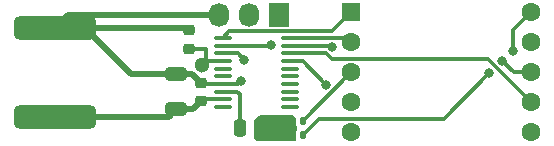
<source format=gbr>
%TF.GenerationSoftware,KiCad,Pcbnew,6.0.2+dfsg-1*%
%TF.CreationDate,2024-01-30T23:14:53-06:00*%
%TF.ProjectId,PCB,5043422e-6b69-4636-9164-5f7063625858,0.11*%
%TF.SameCoordinates,Original*%
%TF.FileFunction,Copper,L1,Top*%
%TF.FilePolarity,Positive*%
%FSLAX46Y46*%
G04 Gerber Fmt 4.6, Leading zero omitted, Abs format (unit mm)*
G04 Created by KiCad (PCBNEW 6.0.2+dfsg-1) date 2024-01-30 23:14:53*
%MOMM*%
%LPD*%
G01*
G04 APERTURE LIST*
G04 Aperture macros list*
%AMRoundRect*
0 Rectangle with rounded corners*
0 $1 Rounding radius*
0 $2 $3 $4 $5 $6 $7 $8 $9 X,Y pos of 4 corners*
0 Add a 4 corners polygon primitive as box body*
4,1,4,$2,$3,$4,$5,$6,$7,$8,$9,$2,$3,0*
0 Add four circle primitives for the rounded corners*
1,1,$1+$1,$2,$3*
1,1,$1+$1,$4,$5*
1,1,$1+$1,$6,$7*
1,1,$1+$1,$8,$9*
0 Add four rect primitives between the rounded corners*
20,1,$1+$1,$2,$3,$4,$5,0*
20,1,$1+$1,$4,$5,$6,$7,0*
20,1,$1+$1,$6,$7,$8,$9,0*
20,1,$1+$1,$8,$9,$2,$3,0*%
G04 Aperture macros list end*
%TA.AperFunction,SMDPad,CuDef*%
%ADD10RoundRect,0.500000X-3.000000X-0.500000X3.000000X-0.500000X3.000000X0.500000X-3.000000X0.500000X0*%
%TD*%
%TA.AperFunction,SMDPad,CuDef*%
%ADD11RoundRect,0.100000X-0.637500X-0.100000X0.637500X-0.100000X0.637500X0.100000X-0.637500X0.100000X0*%
%TD*%
%TA.AperFunction,SMDPad,CuDef*%
%ADD12RoundRect,0.225000X0.250000X-0.225000X0.250000X0.225000X-0.250000X0.225000X-0.250000X-0.225000X0*%
%TD*%
%TA.AperFunction,SMDPad,CuDef*%
%ADD13RoundRect,0.250000X0.650000X-0.325000X0.650000X0.325000X-0.650000X0.325000X-0.650000X-0.325000X0*%
%TD*%
%TA.AperFunction,SMDPad,CuDef*%
%ADD14RoundRect,0.250000X-0.250000X-0.475000X0.250000X-0.475000X0.250000X0.475000X-0.250000X0.475000X0*%
%TD*%
%TA.AperFunction,SMDPad,CuDef*%
%ADD15RoundRect,0.135000X0.135000X0.185000X-0.135000X0.185000X-0.135000X-0.185000X0.135000X-0.185000X0*%
%TD*%
%TA.AperFunction,ComponentPad*%
%ADD16R,1.730000X2.030000*%
%TD*%
%TA.AperFunction,ComponentPad*%
%ADD17O,1.730000X2.030000*%
%TD*%
%TA.AperFunction,ComponentPad*%
%ADD18R,1.600000X1.600000*%
%TD*%
%TA.AperFunction,ComponentPad*%
%ADD19C,1.600000*%
%TD*%
%TA.AperFunction,ViaPad*%
%ADD20C,0.800000*%
%TD*%
%TA.AperFunction,ViaPad*%
%ADD21C,1.300000*%
%TD*%
%TA.AperFunction,Conductor*%
%ADD22C,0.300000*%
%TD*%
%TA.AperFunction,Conductor*%
%ADD23C,0.500000*%
%TD*%
G04 APERTURE END LIST*
D10*
%TO.P,U2,1,Vcc*%
%TO.N,+5V*%
X132525000Y-97690000D03*
%TO.P,U2,2,GND*%
%TO.N,GND*%
X132525000Y-90190000D03*
%TD*%
D11*
%TO.P,U1,1,PD4*%
%TO.N,E*%
X146747500Y-91035000D03*
%TO.P,U1,2,PD5*%
%TO.N,G*%
X146747500Y-91685000D03*
%TO.P,U1,3,PD6*%
%TO.N,C*%
X146747500Y-92335000D03*
%TO.P,U1,4,NRST*%
%TO.N,/NRST*%
X146747500Y-92985000D03*
%TO.P,U1,5,PA1*%
%TO.N,unconnected-(U1-Pad5)*%
X146747500Y-93635000D03*
%TO.P,U1,6,PA2*%
%TO.N,unconnected-(U1-Pad6)*%
X146747500Y-94285000D03*
%TO.P,U1,7,VSS*%
%TO.N,GND*%
X146747500Y-94935000D03*
%TO.P,U1,8,VCAP*%
%TO.N,/VCAP*%
X146747500Y-95585000D03*
%TO.P,U1,9,VDD*%
%TO.N,+5V*%
X146747500Y-96235000D03*
%TO.P,U1,10,PA3*%
%TO.N,unconnected-(U1-Pad10)*%
X146747500Y-96885000D03*
%TO.P,U1,11,PB5*%
%TO.N,unconnected-(U1-Pad11)*%
X152472500Y-96885000D03*
%TO.P,U1,12,PB4*%
%TO.N,unconnected-(U1-Pad12)*%
X152472500Y-96235000D03*
%TO.P,U1,13,PC3*%
%TO.N,unconnected-(U1-Pad13)*%
X152472500Y-95585000D03*
%TO.P,U1,14,PC4*%
%TO.N,unconnected-(U1-Pad14)*%
X152472500Y-94935000D03*
%TO.P,U1,15,PC5*%
%TO.N,unconnected-(U1-Pad15)*%
X152472500Y-94285000D03*
%TO.P,U1,16,PC6*%
%TO.N,unconnected-(U1-Pad16)*%
X152472500Y-93635000D03*
%TO.P,U1,17,PC7*%
%TO.N,B*%
X152472500Y-92985000D03*
%TO.P,U1,18,PD1*%
%TO.N,A*%
X152472500Y-92335000D03*
%TO.P,U1,19,PD2*%
%TO.N,F*%
X152472500Y-91685000D03*
%TO.P,U1,20,PD3*%
%TO.N,D*%
X152472500Y-91035000D03*
%TD*%
D12*
%TO.P,C2,1*%
%TO.N,+5V*%
X144910000Y-96375000D03*
%TO.P,C2,2*%
%TO.N,GND*%
X144910000Y-94825000D03*
%TD*%
D13*
%TO.P,C1,1*%
%TO.N,+5V*%
X142830000Y-97045000D03*
%TO.P,C1,2*%
%TO.N,GND*%
X142830000Y-94095000D03*
%TD*%
D14*
%TO.P,C4,1*%
%TO.N,/VCAP*%
X148240000Y-98690000D03*
%TO.P,C4,2*%
%TO.N,GND*%
X150140000Y-98690000D03*
%TD*%
D15*
%TO.P,R2,1*%
%TO.N,Net-(R2-Pad1)*%
X153540000Y-98100000D03*
%TO.P,R2,2*%
%TO.N,GND*%
X152520000Y-98100000D03*
%TD*%
D16*
%TO.P,J1,1,Pin_1*%
%TO.N,G*%
X151500000Y-89092000D03*
D17*
%TO.P,J1,2,Pin_2*%
%TO.N,C*%
X148960000Y-89092000D03*
%TO.P,J1,3,Pin_3*%
%TO.N,GND*%
X146420000Y-89092000D03*
%TD*%
D18*
%TO.P,U3,1,E*%
%TO.N,E*%
X157640000Y-88870000D03*
D19*
%TO.P,U3,2,D*%
%TO.N,D*%
X157640000Y-91410000D03*
%TO.P,U3,3,CC*%
%TO.N,Net-(R2-Pad1)*%
X157640000Y-93950000D03*
%TO.P,U3,4,C*%
%TO.N,C*%
X157640000Y-96490000D03*
%TO.P,U3,5,DP*%
%TO.N,unconnected-(U3-Pad5)*%
X157640000Y-99030000D03*
%TO.P,U3,6,B*%
%TO.N,B*%
X172880000Y-99030000D03*
%TO.P,U3,7,A*%
%TO.N,A*%
X172880000Y-96490000D03*
%TO.P,U3,8,CC*%
%TO.N,Net-(R1-Pad1)*%
X172880000Y-93950000D03*
%TO.P,U3,9,F*%
%TO.N,F*%
X172880000Y-91410000D03*
%TO.P,U3,10,G*%
%TO.N,G*%
X172880000Y-88870000D03*
%TD*%
D12*
%TO.P,C3,1*%
%TO.N,/NRST*%
X143950000Y-91955000D03*
%TO.P,C3,2*%
%TO.N,GND*%
X143950000Y-90405000D03*
%TD*%
D15*
%TO.P,R1,1*%
%TO.N,Net-(R1-Pad1)*%
X153540000Y-99250000D03*
%TO.P,R1,2*%
%TO.N,GND*%
X152520000Y-99250000D03*
%TD*%
D20*
%TO.N,GND*%
X151480000Y-99250000D03*
X148330000Y-94650000D03*
X151480000Y-98100000D03*
D21*
%TO.N,/NRST*%
X144990000Y-93340000D03*
D20*
%TO.N,Net-(R1-Pad1)*%
X169335023Y-94004977D03*
X170404977Y-92955023D03*
%TO.N,F*%
X156020000Y-91784500D03*
%TO.N,G*%
X171344847Y-92159500D03*
X150830000Y-91670000D03*
%TO.N,B*%
X155545023Y-94985023D03*
%TO.N,C*%
X148590000Y-92880000D03*
%TD*%
D22*
%TO.N,GND*%
X145020000Y-94935000D02*
X146747500Y-94935000D01*
X148045000Y-94935000D02*
X148330000Y-94650000D01*
X144910000Y-94825000D02*
X145020000Y-94935000D01*
D23*
X146420000Y-89092000D02*
X133623000Y-89092000D01*
X132525000Y-90190000D02*
X143735000Y-90190000D01*
X133623000Y-89092000D02*
X132525000Y-90190000D01*
X143735000Y-90190000D02*
X143950000Y-90405000D01*
X135090000Y-90190000D02*
X138995000Y-94095000D01*
X132525000Y-90190000D02*
X135090000Y-90190000D01*
D22*
X146747500Y-94935000D02*
X148045000Y-94935000D01*
D23*
X138995000Y-94095000D02*
X142830000Y-94095000D01*
X144180000Y-94095000D02*
X144910000Y-94825000D01*
X142830000Y-94095000D02*
X144180000Y-94095000D01*
D22*
%TO.N,/NRST*%
X145350000Y-91960000D02*
X145345000Y-91955000D01*
X145345000Y-92985000D02*
X146747500Y-92985000D01*
X145345000Y-91955000D02*
X143950000Y-91955000D01*
X145345000Y-92985000D02*
X145350000Y-92980000D01*
X144990000Y-93340000D02*
X145345000Y-92985000D01*
X145350000Y-92980000D02*
X145350000Y-91960000D01*
%TO.N,Net-(R1-Pad1)*%
X165459511Y-97880489D02*
X154909511Y-97880489D01*
X169335023Y-94004977D02*
X165459511Y-97880489D01*
X154909511Y-97880489D02*
X153540000Y-99250000D01*
X171399954Y-93950000D02*
X170404977Y-92955023D01*
X172880000Y-93950000D02*
X171399954Y-93950000D01*
%TO.N,Net-(R2-Pad1)*%
X153540000Y-98050000D02*
X153540000Y-98100000D01*
X157640000Y-93950000D02*
X153540000Y-98050000D01*
%TO.N,D*%
X157265000Y-91035000D02*
X157640000Y-91410000D01*
X152472500Y-91035000D02*
X157265000Y-91035000D01*
%TO.N,E*%
X156024520Y-90485480D02*
X157640000Y-88870000D01*
X147297020Y-90485480D02*
X156024520Y-90485480D01*
X146747500Y-91035000D02*
X147297020Y-90485480D01*
%TO.N,F*%
X152472500Y-91685000D02*
X155920500Y-91685000D01*
X155920500Y-91685000D02*
X156020000Y-91784500D01*
%TO.N,G*%
X171344847Y-90405153D02*
X172880000Y-88870000D01*
X171344847Y-92159500D02*
X171344847Y-90405153D01*
X150815000Y-91685000D02*
X150830000Y-91670000D01*
X146747500Y-91685000D02*
X150815000Y-91685000D01*
%TO.N,A*%
X169190489Y-92800489D02*
X172880000Y-96490000D01*
X155510530Y-92335000D02*
X155976019Y-92800489D01*
X155976019Y-92800489D02*
X169190489Y-92800489D01*
X152472500Y-92335000D02*
X155510530Y-92335000D01*
%TO.N,B*%
X153545000Y-92985000D02*
X155545023Y-94985023D01*
X152472500Y-92985000D02*
X153545000Y-92985000D01*
%TO.N,C*%
X146747500Y-92335000D02*
X148045000Y-92335000D01*
X148045000Y-92335000D02*
X148590000Y-92880000D01*
%TO.N,/VCAP*%
X148240000Y-95820000D02*
X148005000Y-95585000D01*
X148240000Y-98690000D02*
X148240000Y-95820000D01*
X148005000Y-95585000D02*
X146747500Y-95585000D01*
%TO.N,+5V*%
X144910000Y-96375000D02*
X145050000Y-96235000D01*
D23*
X144240000Y-97045000D02*
X144910000Y-96375000D01*
X132525000Y-97690000D02*
X142185000Y-97690000D01*
X142185000Y-97690000D02*
X142830000Y-97045000D01*
X142830000Y-97045000D02*
X144240000Y-97045000D01*
D22*
X145050000Y-96235000D02*
X146747500Y-96235000D01*
%TD*%
%TA.AperFunction,Conductor*%
%TO.N,GND*%
G36*
X152753155Y-97599685D02*
G01*
X152776767Y-97619393D01*
X152936151Y-97790162D01*
X152967503Y-97852602D01*
X152969500Y-97874769D01*
X152969500Y-98337038D01*
X152972382Y-98367526D01*
X152974886Y-98374655D01*
X152974886Y-98374657D01*
X153012995Y-98483174D01*
X153020000Y-98524260D01*
X153020000Y-98825740D01*
X153012995Y-98866825D01*
X152972382Y-98982474D01*
X152969500Y-99012962D01*
X152969500Y-99487038D01*
X152972382Y-99517526D01*
X152983935Y-99550425D01*
X152986319Y-99557213D01*
X152989959Y-99626988D01*
X152951909Y-99690795D01*
X152932084Y-99708496D01*
X152868967Y-99738462D01*
X152849498Y-99740000D01*
X149687727Y-99740000D01*
X149629495Y-99725476D01*
X149515768Y-99664983D01*
X149465825Y-99616122D01*
X149450000Y-99555507D01*
X149450000Y-97987184D01*
X149469685Y-97920145D01*
X149493491Y-97892874D01*
X149825220Y-97609690D01*
X149888989Y-97581135D01*
X149905729Y-97580000D01*
X152686116Y-97580000D01*
X152753155Y-97599685D01*
G37*
%TD.AperFunction*%
%TD*%
M02*

</source>
